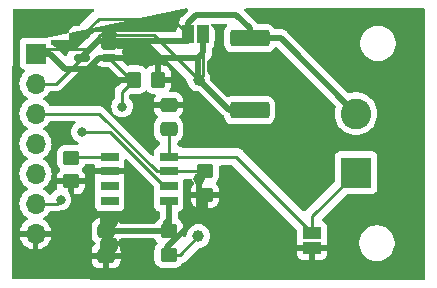
<source format=gtl>
<<<<<<< Updated upstream:stcs05/POAB-gerber-stcs05/stcs05-F_Cu.gtl
G04 #@! TF.GenerationSoftware,KiCad,Pcbnew,7.0.2*
G04 #@! TF.CreationDate,2023-12-12T16:56:49+01:00*
G04 #@! TF.ProjectId,stcs05,73746373-3035-42e6-9b69-6361645f7063,rev?*
G04 #@! TF.SameCoordinates,Original*
G04 #@! TF.FileFunction,Copper,L1,Top*
G04 #@! TF.FilePolarity,Positive*
%FSLAX46Y46*%
G04 Gerber Fmt 4.6, Leading zero omitted, Abs format (unit mm)*
G04 Created by KiCad (PCBNEW 7.0.2) date 2023-12-12 16:56:49*
=======
%TF.GenerationSoftware,KiCad,Pcbnew,7.0.2*%
%TF.CreationDate,2023-11-09T14:12:44+01:00*%
%TF.ProjectId,stcs05,73746373-3035-42e6-9b69-6361645f7063,rev?*%
%TF.SameCoordinates,Original*%
%TF.FileFunction,Copper,L1,Top*%
%TF.FilePolarity,Positive*%
%FSLAX46Y46*%
G04 Gerber Fmt 4.6, Leading zero omitted, Abs format (unit mm)*
G04 Created by KiCad (PCBNEW 7.0.2) date 2023-11-09 14:12:44*
>>>>>>> Stashed changes:stcs05/gerberfiles stcs05/stcs05-F_Cu.gbr
%MOMM*%
%LPD*%
G01*
G04 APERTURE LIST*
G04 Aperture macros list*
%AMRoundRect*
0 Rectangle with rounded corners*
0 $1 Rounding radius*
0 $2 $3 $4 $5 $6 $7 $8 $9 X,Y pos of 4 corners*
0 Add a 4 corners polygon primitive as box body*
4,1,4,$2,$3,$4,$5,$6,$7,$8,$9,$2,$3,0*
0 Add four circle primitives for the rounded corners*
1,1,$1+$1,$2,$3*
1,1,$1+$1,$4,$5*
1,1,$1+$1,$6,$7*
1,1,$1+$1,$8,$9*
0 Add four rect primitives between the rounded corners*
20,1,$1+$1,$2,$3,$4,$5,0*
20,1,$1+$1,$4,$5,$6,$7,0*
20,1,$1+$1,$6,$7,$8,$9,0*
20,1,$1+$1,$8,$9,$2,$3,0*%
G04 Aperture macros list end*
G04 #@! TA.AperFunction,SMDPad,CuDef*
%ADD10RoundRect,0.250000X0.350000X0.450000X-0.350000X0.450000X-0.350000X-0.450000X0.350000X-0.450000X0*%
G04 #@! TD*
G04 #@! TA.AperFunction,ComponentPad*
%ADD11R,2.600000X2.600000*%
G04 #@! TD*
G04 #@! TA.AperFunction,ComponentPad*
%ADD12C,2.600000*%
G04 #@! TD*
G04 #@! TA.AperFunction,SMDPad,CuDef*
%ADD13RoundRect,0.250000X0.450000X-0.350000X0.450000X0.350000X-0.450000X0.350000X-0.450000X-0.350000X0*%
G04 #@! TD*
G04 #@! TA.AperFunction,SMDPad,CuDef*
%ADD14R,1.000000X1.500000*%
G04 #@! TD*
G04 #@! TA.AperFunction,SMDPad,CuDef*
%ADD15RoundRect,0.250000X-0.450000X0.350000X-0.450000X-0.350000X0.450000X-0.350000X0.450000X0.350000X0*%
G04 #@! TD*
G04 #@! TA.AperFunction,SMDPad,CuDef*
%ADD16RoundRect,0.150000X0.512500X0.150000X-0.512500X0.150000X-0.512500X-0.150000X0.512500X-0.150000X0*%
G04 #@! TD*
G04 #@! TA.AperFunction,SMDPad,CuDef*
%ADD17R,1.500000X0.800000*%
<<<<<<< Updated upstream:stcs05/POAB-gerber-stcs05/stcs05-F_Cu.gtl
G04 #@! TD*
G04 #@! TA.AperFunction,SMDPad,CuDef*
%ADD18RoundRect,0.249999X-1.425001X0.450001X-1.425001X-0.450001X1.425001X-0.450001X1.425001X0.450001X0*%
G04 #@! TD*
G04 #@! TA.AperFunction,SMDPad,CuDef*
%ADD19RoundRect,0.250000X-0.475000X0.337500X-0.475000X-0.337500X0.475000X-0.337500X0.475000X0.337500X0*%
G04 #@! TD*
G04 #@! TA.AperFunction,SMDPad,CuDef*
%ADD20R,1.500000X1.000000*%
G04 #@! TD*
G04 #@! TA.AperFunction,ComponentPad*
%ADD21R,1.700000X1.700000*%
G04 #@! TD*
G04 #@! TA.AperFunction,ComponentPad*
%ADD22O,1.700000X1.700000*%
G04 #@! TD*
G04 #@! TA.AperFunction,ViaPad*
%ADD23C,1.000000*%
G04 #@! TD*
G04 #@! TA.AperFunction,ViaPad*
%ADD24C,0.800000*%
G04 #@! TD*
G04 #@! TA.AperFunction,Conductor*
%ADD25C,0.250000*%
G04 #@! TD*
G04 #@! TA.AperFunction,Conductor*
%ADD26C,0.500000*%
G04 #@! TD*
=======
%TD*%
%TA.AperFunction,SMDPad,CuDef*%
%ADD18RoundRect,0.249999X-1.425001X0.450001X-1.425001X-0.450001X1.425001X-0.450001X1.425001X0.450001X0*%
%TD*%
%TA.AperFunction,SMDPad,CuDef*%
%ADD19RoundRect,0.250000X-0.475000X0.337500X-0.475000X-0.337500X0.475000X-0.337500X0.475000X0.337500X0*%
%TD*%
%TA.AperFunction,SMDPad,CuDef*%
%ADD20R,1.500000X1.000000*%
%TD*%
%TA.AperFunction,ComponentPad*%
%ADD21R,1.700000X1.700000*%
%TD*%
%TA.AperFunction,ComponentPad*%
%ADD22O,1.700000X1.700000*%
%TD*%
%TA.AperFunction,ViaPad*%
%ADD23C,1.000000*%
%TD*%
%TA.AperFunction,ViaPad*%
%ADD24C,0.800000*%
%TD*%
%TA.AperFunction,Conductor*%
%ADD25C,0.500000*%
%TD*%
%TA.AperFunction,Conductor*%
%ADD26C,0.250000*%
%TD*%
>>>>>>> Stashed changes:stcs05/gerberfiles stcs05/stcs05-F_Cu.gbr
G04 APERTURE END LIST*
D10*
X128762000Y-73660000D03*
X126762000Y-73660000D03*
D11*
X145542000Y-81534000D03*
D12*
X145542000Y-76534000D03*
D13*
X121412000Y-82280000D03*
X121412000Y-80280000D03*
D14*
X132575000Y-69800000D03*
X131275000Y-69800000D03*
D15*
X129675000Y-86500000D03*
X129675000Y-88500000D03*
D16*
X124637500Y-71800000D03*
X124637500Y-70850000D03*
X124637500Y-69900000D03*
X122362500Y-69900000D03*
X122362500Y-71800000D03*
D13*
X132750000Y-83425000D03*
X132750000Y-81425000D03*
D17*
X129679000Y-83928000D03*
X129679000Y-82678000D03*
X129679000Y-81428000D03*
X129679000Y-80178000D03*
X124679000Y-80178000D03*
X124679000Y-81428000D03*
X124679000Y-82678000D03*
X124679000Y-83928000D03*
<<<<<<< Updated upstream:stcs05/POAB-gerber-stcs05/stcs05-F_Cu.gtl
D18*
X136525000Y-70150000D03*
X136525000Y-76250000D03*
D19*
X129667000Y-75797500D03*
X129667000Y-77872500D03*
X124375000Y-86487500D03*
X124375000Y-88562500D03*
D20*
X141825000Y-86625000D03*
X141825000Y-87925000D03*
D21*
X118400000Y-71460000D03*
D22*
X118400000Y-74000000D03*
X118400000Y-76540000D03*
X118400000Y-79080000D03*
X118400000Y-81620000D03*
X118400000Y-84160000D03*
X118400000Y-86700000D03*
D23*
X126900000Y-71600000D03*
X132200000Y-86900000D03*
X132207000Y-73660000D03*
D24*
=======
%TD*%
D18*
%TO.P,R1,1*%
%TO.N,/led+*%
X136525000Y-70150000D03*
%TO.P,R1,2*%
%TO.N,VSS*%
X136525000Y-76250000D03*
%TD*%
D19*
%TO.P,C2,1*%
%TO.N,GND*%
X129667000Y-75797500D03*
%TO.P,C2,2*%
%TO.N,/led-*%
X129667000Y-77872500D03*
%TD*%
%TO.P,C1,1*%
%TO.N,Net-(U1-VCC)*%
X124587000Y-85576500D03*
%TO.P,C1,2*%
%TO.N,GND*%
X124587000Y-87651500D03*
%TD*%
D20*
%TO.P,JP2,1,A*%
%TO.N,/led-*%
X141825000Y-86625000D03*
%TO.P,JP2,2,B*%
%TO.N,GND*%
X141825000Y-87925000D03*
%TD*%
D21*
%TO.P,J1,1,Pin_1*%
%TO.N,VSS*%
X118400000Y-71460000D03*
D22*
%TO.P,J1,2,Pin_2*%
%TO.N,+3V3*%
X118400000Y-74000000D03*
%TO.P,J1,3,Pin_3*%
%TO.N,/I{slash}O*%
X118400000Y-76540000D03*
%TO.P,J1,4,Pin_4*%
%TO.N,/scl*%
X118400000Y-79080000D03*
%TO.P,J1,5,Pin_5*%
%TO.N,/sda*%
X118400000Y-81620000D03*
%TO.P,J1,6,Pin_6*%
%TO.N,/ad0*%
X118400000Y-84160000D03*
%TO.P,J1,7,Pin_7*%
%TO.N,GND*%
X118400000Y-86700000D03*
%TD*%
D23*
%TO.N,VSS*%
X132207000Y-82042000D03*
X132207000Y-73660000D03*
D24*
%TO.N,+3V3*%
>>>>>>> Stashed changes:stcs05/gerberfiles stcs05/stcs05-F_Cu.gbr
X122301000Y-78105000D03*
X120523000Y-83820000D03*
X125730000Y-75946000D03*
<<<<<<< Updated upstream:stcs05/POAB-gerber-stcs05/stcs05-F_Cu.gtl
D25*
X129662500Y-86487500D02*
X129675000Y-86500000D01*
D26*
X129679000Y-86496000D02*
X129675000Y-86500000D01*
=======
%TD*%
D25*
%TO.N,Net-(U1-VCC)*%
X129679000Y-85729000D02*
X129540000Y-85868000D01*
X124751500Y-85741000D02*
X124587000Y-85576500D01*
X129540000Y-85868000D02*
X129413000Y-85741000D01*
>>>>>>> Stashed changes:stcs05/gerberfiles stcs05/stcs05-F_Cu.gbr
X129679000Y-83928000D02*
X129679000Y-86496000D01*
D25*
X124375000Y-86487500D02*
X129662500Y-86487500D01*
D26*
X124637500Y-70850000D02*
X126150000Y-70850000D01*
X126150000Y-70850000D02*
X126900000Y-71600000D01*
X145542000Y-81534000D02*
X141825000Y-85251000D01*
X129667000Y-80166000D02*
X129679000Y-80178000D01*
X135378000Y-80178000D02*
X141825000Y-86625000D01*
X129679000Y-80178000D02*
X135378000Y-80178000D01*
X141825000Y-85251000D02*
X141825000Y-86625000D01*
X129667000Y-77872500D02*
X129667000Y-80166000D01*
<<<<<<< Updated upstream:stcs05/POAB-gerber-stcs05/stcs05-F_Cu.gtl
X118810000Y-71050000D02*
X118400000Y-71460000D01*
X128447000Y-69900000D02*
X132207000Y-73660000D01*
X132575000Y-69800000D02*
X132575000Y-73292000D01*
X132200000Y-86900000D02*
X130600000Y-88500000D01*
D25*
X134797000Y-76250000D02*
X132207000Y-73660000D01*
D26*
X132575000Y-73292000D02*
X132207000Y-73660000D01*
D25*
X136525000Y-76250000D02*
X134797000Y-76250000D01*
D26*
X130600000Y-88500000D02*
X129675000Y-88500000D01*
X122723528Y-71050000D02*
X118810000Y-71050000D01*
X124637500Y-69900000D02*
X128447000Y-69900000D01*
X123873528Y-69900000D02*
X122723528Y-71050000D01*
X124637500Y-69900000D02*
X123873528Y-69900000D01*
D25*
=======
%TO.N,VSS*%
X120904000Y-72771000D02*
X119593000Y-71460000D01*
X132161000Y-73614000D02*
X132161000Y-71800000D01*
X124512500Y-71800000D02*
X132161000Y-71800000D01*
X124512500Y-71800000D02*
X123780000Y-71800000D01*
X132207000Y-73660000D02*
X132161000Y-73614000D01*
X123780000Y-71800000D02*
X122809000Y-72771000D01*
X122809000Y-72771000D02*
X120904000Y-72771000D01*
D26*
X134797000Y-76250000D02*
X132207000Y-73660000D01*
D25*
X132161000Y-71800000D02*
X132397000Y-71564000D01*
X132207000Y-85201000D02*
X132207000Y-82042000D01*
X132603000Y-71358000D02*
X132603000Y-70358000D01*
X129540000Y-87868000D02*
X132207000Y-85201000D01*
X132397000Y-71564000D02*
X132603000Y-71358000D01*
D26*
X136525000Y-76250000D02*
X134797000Y-76250000D01*
D25*
X119593000Y-71460000D02*
X118400000Y-71460000D01*
D26*
%TO.N,+3V3*%
>>>>>>> Stashed changes:stcs05/gerberfiles stcs05/stcs05-F_Cu.gbr
X129292604Y-82678000D02*
X124719604Y-78105000D01*
X120162500Y-74000000D02*
X118400000Y-74000000D01*
X122362500Y-71800000D02*
X120162500Y-74000000D01*
X129679000Y-82678000D02*
X129292604Y-82678000D01*
X124719604Y-78105000D02*
X122301000Y-78105000D01*
X128679000Y-81428000D02*
X123791000Y-76540000D01*
X132747000Y-81428000D02*
X132750000Y-81425000D01*
X129679000Y-81428000D02*
X128679000Y-81428000D01*
X129679000Y-81428000D02*
X132747000Y-81428000D01*
X123791000Y-76540000D02*
X118400000Y-76540000D01*
X126762000Y-73660000D02*
X126497500Y-73660000D01*
X120183000Y-84160000D02*
X120523000Y-83820000D01*
X118400000Y-84160000D02*
X120183000Y-84160000D01*
X125730000Y-75946000D02*
X125730000Y-74692000D01*
X126497500Y-73660000D02*
X124637500Y-71800000D01*
X125730000Y-74692000D02*
X126762000Y-73660000D01*
<<<<<<< Updated upstream:stcs05/POAB-gerber-stcs05/stcs05-F_Cu.gtl
D26*
X135400000Y-68175000D02*
X136525000Y-69300000D01*
X131275000Y-69800000D02*
X131275000Y-68925000D01*
X139158000Y-70150000D02*
X145542000Y-76534000D01*
X136525000Y-70150000D02*
X139158000Y-70150000D01*
X129975000Y-68500000D02*
X123762500Y-68500000D01*
X123762500Y-68500000D02*
X122362500Y-69900000D01*
X136525000Y-69300000D02*
X136525000Y-70150000D01*
X131275000Y-69800000D02*
X129975000Y-68500000D01*
X131275000Y-68925000D02*
X132025000Y-68175000D01*
X132025000Y-68175000D02*
X135400000Y-68175000D01*
D25*
=======
X126762000Y-73660000D02*
X124552500Y-73660000D01*
D25*
%TO.N,/led+*%
X139158000Y-70150000D02*
X145542000Y-76534000D01*
X131303000Y-68897000D02*
X132025000Y-68175000D01*
X135400000Y-68175000D02*
X136525000Y-69300000D01*
X136525000Y-70150000D02*
X139158000Y-70150000D01*
X131303000Y-70358000D02*
X131303000Y-68897000D01*
X131303000Y-70358000D02*
X123679500Y-70358000D01*
X136525000Y-69300000D02*
X136525000Y-70150000D01*
X123679500Y-70358000D02*
X122237500Y-71800000D01*
X132025000Y-68175000D02*
X135400000Y-68175000D01*
D26*
%TO.N,Net-(U1-FB)*%
>>>>>>> Stashed changes:stcs05/gerberfiles stcs05/stcs05-F_Cu.gbr
X124679000Y-80178000D02*
X121514000Y-80178000D01*
X121514000Y-80178000D02*
X121412000Y-80280000D01*
G04 #@! TA.AperFunction,Conductor*
G36*
X151327039Y-67620184D02*
G01*
X151372794Y-67672988D01*
X151384000Y-67724499D01*
X151384000Y-90475500D01*
X151364315Y-90542539D01*
X151311511Y-90588294D01*
X151260000Y-90599500D01*
X129718001Y-90599500D01*
X116524050Y-90551694D01*
X116457082Y-90531767D01*
X116411519Y-90478797D01*
X116400500Y-90427699D01*
<<<<<<< Updated upstream:stcs05/POAB-gerber-stcs05/stcs05-F_Cu.gtl
X116400500Y-88812500D01*
X123150001Y-88812500D01*
X123150001Y-88946829D01*
X123150321Y-88953111D01*
X123160493Y-89052695D01*
X123215642Y-89219122D01*
X123307683Y-89368345D01*
X123431654Y-89492316D01*
X123580877Y-89584357D01*
X123747303Y-89639506D01*
X123846890Y-89649680D01*
X123853168Y-89649999D01*
X124124999Y-89649999D01*
X124125000Y-89649998D01*
X124125000Y-88812500D01*
X124625000Y-88812500D01*
X124625000Y-89649999D01*
X124896829Y-89649999D01*
X124903111Y-89649678D01*
X125002695Y-89639506D01*
X125169122Y-89584357D01*
X125318345Y-89492316D01*
X125442316Y-89368345D01*
X125534357Y-89219122D01*
X125589506Y-89052696D01*
X125599680Y-88953109D01*
X125600000Y-88946831D01*
X125600000Y-88812500D01*
X124625000Y-88812500D01*
X124125000Y-88812500D01*
X123150001Y-88812500D01*
X116400500Y-88812500D01*
=======
>>>>>>> Stashed changes:stcs05/gerberfiles stcs05/stcs05-F_Cu.gbr
X116400500Y-78220999D01*
X116406162Y-77201819D01*
X116458317Y-67813861D01*
X116478374Y-67746934D01*
X116531431Y-67701473D01*
X116581862Y-67690553D01*
<<<<<<< Updated upstream:stcs05/POAB-gerber-stcs05/stcs05-F_Cu.gtl
X123246835Y-67666316D01*
X123313943Y-67685756D01*
X123359889Y-67738394D01*
X123370084Y-67807516D01*
X123341291Y-67871176D01*
X123312384Y-67895851D01*
X123292781Y-67907943D01*
X123277664Y-67920256D01*
X123225348Y-67975708D01*
X123222836Y-67978294D01*
X122137951Y-69063181D01*
X122076628Y-69096666D01*
X122050270Y-69099500D01*
X121784306Y-69099500D01*
X121781886Y-69099690D01*
X121781871Y-69099691D01*
X121747427Y-69102402D01*
X121589602Y-69148255D01*
X121448134Y-69231919D01*
X121331919Y-69348134D01*
X121248255Y-69489602D01*
X121202402Y-69647427D01*
X121199691Y-69681871D01*
X121199690Y-69681886D01*
X121199500Y-69684306D01*
X121199500Y-70115694D01*
X121199690Y-70118114D01*
X121199691Y-70118128D01*
X121203399Y-70165235D01*
X121198938Y-70165586D01*
X121198831Y-70210718D01*
X121160917Y-70269406D01*
X121097292Y-70298279D01*
X121079937Y-70299500D01*
X119704834Y-70299500D01*
X119637795Y-70279815D01*
X119611940Y-70255743D01*
X119492331Y-70166204D01*
X119357483Y-70115909D01*
X119301166Y-70109854D01*
X119301165Y-70109853D01*
=======
X131201431Y-67637391D01*
X131268539Y-67656830D01*
X131314485Y-67709468D01*
X131324680Y-67778590D01*
X131295887Y-67842250D01*
X131289560Y-67849070D01*
X130817358Y-68321272D01*
X130803727Y-68333053D01*
X130784468Y-68347391D01*
X130752635Y-68385328D01*
X130745338Y-68393292D01*
X130743972Y-68394657D01*
X130743950Y-68394681D01*
X130741409Y-68397223D01*
X130739173Y-68400050D01*
X130739171Y-68400053D01*
X130722176Y-68421546D01*
X130719902Y-68424337D01*
X130670894Y-68482744D01*
X130660418Y-68499187D01*
X130628192Y-68568294D01*
X130626622Y-68571536D01*
X130592393Y-68639692D01*
X130585996Y-68658098D01*
X130570573Y-68732788D01*
X130569793Y-68736305D01*
X130552208Y-68810506D01*
X130550229Y-68829879D01*
X130552448Y-68906129D01*
X130552500Y-68909735D01*
X130552500Y-69108249D01*
X130532815Y-69175288D01*
X130502811Y-69207515D01*
X130445456Y-69250451D01*
X130359204Y-69365668D01*
X130303466Y-69515110D01*
X130301944Y-69514542D01*
X130282579Y-69561302D01*
X130225188Y-69601153D01*
X130186024Y-69607500D01*
X123743206Y-69607500D01*
X123725236Y-69606191D01*
X123711353Y-69604157D01*
X123701477Y-69602711D01*
X123701476Y-69602711D01*
X123652131Y-69607028D01*
X123641324Y-69607500D01*
X123635791Y-69607500D01*
X123632230Y-69607916D01*
X123632215Y-69607917D01*
X123605001Y-69611098D01*
X123601416Y-69611464D01*
X123525461Y-69618109D01*
X123506421Y-69622330D01*
X123434732Y-69648421D01*
X123431331Y-69649603D01*
X123358974Y-69673580D01*
X123341427Y-69682075D01*
X123277721Y-69723975D01*
X123274681Y-69725912D01*
X123209780Y-69765944D01*
X123194665Y-69778256D01*
X123142332Y-69833725D01*
X123139820Y-69836311D01*
X122012951Y-70963181D01*
X121951628Y-70996666D01*
X121925270Y-70999500D01*
X121659306Y-70999500D01*
X121656886Y-70999690D01*
X121656871Y-70999691D01*
X121622427Y-71002402D01*
X121464602Y-71048255D01*
X121323134Y-71131919D01*
X121206919Y-71248134D01*
X121123255Y-71389602D01*
X121077402Y-71547427D01*
X121077402Y-71547431D01*
X121074500Y-71584306D01*
X121074500Y-71585889D01*
X121052231Y-71651993D01*
X120997668Y-71695636D01*
X120928172Y-71702852D01*
X120865807Y-71671350D01*
X120862952Y-71668584D01*
X120168728Y-70974360D01*
X120156946Y-70960727D01*
X120155960Y-70959403D01*
X120142610Y-70941470D01*
X120104667Y-70909631D01*
X120096691Y-70902323D01*
X120095329Y-70900961D01*
X120092777Y-70898409D01*
X120068444Y-70879169D01*
X120065647Y-70876890D01*
X120007251Y-70827890D01*
X119990821Y-70817422D01*
X119921691Y-70785186D01*
X119918447Y-70783615D01*
X119850305Y-70749393D01*
X119829191Y-70742053D01*
X119822080Y-70738736D01*
X119769647Y-70692557D01*
X119750499Y-70626360D01*
X119750499Y-70565439D01*
X119750499Y-70562128D01*
X119744091Y-70502517D01*
X119693796Y-70367669D01*
X119607546Y-70252454D01*
X119492331Y-70166204D01*
X119357483Y-70115909D01*
>>>>>>> Stashed changes:stcs05/gerberfiles stcs05/stcs05-F_Cu.gbr
X119297873Y-70109500D01*
X119294550Y-70109500D01*
X117505439Y-70109500D01*
X117505420Y-70109500D01*
X117502128Y-70109501D01*
X117498848Y-70109853D01*
X117498840Y-70109854D01*
X117442515Y-70115909D01*
X117307669Y-70166204D01*
X117192454Y-70252454D01*
X117106204Y-70367668D01*
<<<<<<< Updated upstream:stcs05/POAB-gerber-stcs05/stcs05-F_Cu.gtl
X117071587Y-70460483D01*
=======
X117055910Y-70502515D01*
>>>>>>> Stashed changes:stcs05/gerberfiles stcs05/stcs05-F_Cu.gbr
X117055909Y-70502517D01*
X117049500Y-70562127D01*
X117049500Y-70565448D01*
X117049500Y-70565449D01*
X117049500Y-72354560D01*
X117049500Y-72354578D01*
X117049501Y-72357872D01*
<<<<<<< Updated upstream:stcs05/POAB-gerber-stcs05/stcs05-F_Cu.gtl
X117049853Y-72361152D01*
X117049854Y-72361159D01*
X117055909Y-72417484D01*
X117075497Y-72470001D01*
=======
X117055909Y-72417483D01*
>>>>>>> Stashed changes:stcs05/gerberfiles stcs05/stcs05-F_Cu.gbr
X117106204Y-72552331D01*
X117192454Y-72667546D01*
X117307669Y-72753796D01*
X117419907Y-72795658D01*
X117439082Y-72802810D01*
X117495016Y-72844681D01*
X117519433Y-72910146D01*
X117504581Y-72978419D01*
X117483431Y-73006673D01*
X117361503Y-73128601D01*
X117225965Y-73322170D01*
X117126097Y-73536336D01*
X117064936Y-73764592D01*
X117044340Y-74000000D01*
X117064936Y-74235407D01*
<<<<<<< Updated upstream:stcs05/POAB-gerber-stcs05/stcs05-F_Cu.gtl
X117092687Y-74338974D01*
=======
X117100486Y-74368080D01*
>>>>>>> Stashed changes:stcs05/gerberfiles stcs05/stcs05-F_Cu.gbr
X117126097Y-74463663D01*
X117225965Y-74677830D01*
X117361505Y-74871401D01*
X117528599Y-75038495D01*
X117714160Y-75168426D01*
X117757783Y-75223002D01*
X117764976Y-75292501D01*
X117733454Y-75354855D01*
X117714159Y-75371575D01*
X117528595Y-75501508D01*
X117361505Y-75668598D01*
X117225965Y-75862170D01*
X117126097Y-76076336D01*
X117064936Y-76304592D01*
X117044340Y-76540000D01*
X117064936Y-76775407D01*
X117102115Y-76914161D01*
X117126097Y-77003663D01*
X117225965Y-77217830D01*
X117361505Y-77411401D01*
X117528599Y-77578495D01*
X117714160Y-77708426D01*
X117757783Y-77763002D01*
X117764976Y-77832501D01*
X117733454Y-77894855D01*
X117714159Y-77911575D01*
X117528595Y-78041508D01*
X117361505Y-78208598D01*
X117225965Y-78402170D01*
X117126097Y-78616336D01*
X117064936Y-78844592D01*
X117044340Y-79079999D01*
X117064936Y-79315407D01*
X117099605Y-79444794D01*
X117126097Y-79543663D01*
X117225965Y-79757830D01*
X117361505Y-79951401D01*
X117528599Y-80118495D01*
X117714160Y-80248426D01*
X117757783Y-80303002D01*
X117764976Y-80372501D01*
X117733454Y-80434855D01*
X117714159Y-80451575D01*
X117528595Y-80581508D01*
X117361505Y-80748598D01*
X117225965Y-80942170D01*
X117126097Y-81156336D01*
X117064936Y-81384592D01*
X117044340Y-81619999D01*
X117064936Y-81855407D01*
X117106078Y-82008950D01*
X117126097Y-82083663D01*
X117225965Y-82297830D01*
X117361505Y-82491401D01*
X117528599Y-82658495D01*
X117714160Y-82788426D01*
X117757783Y-82843002D01*
X117764976Y-82912501D01*
X117733454Y-82974855D01*
X117714158Y-82991575D01*
X117593115Y-83076331D01*
X117528595Y-83121508D01*
X117361505Y-83288598D01*
X117225965Y-83482170D01*
X117126097Y-83696336D01*
X117064936Y-83924592D01*
X117044340Y-84160000D01*
X117064936Y-84395407D01*
X117096849Y-84514506D01*
X117126097Y-84623663D01*
X117225965Y-84837830D01*
X117361505Y-85031401D01*
X117528599Y-85198495D01*
X117714596Y-85328732D01*
X117758219Y-85383307D01*
X117765412Y-85452806D01*
X117733890Y-85515160D01*
X117714595Y-85531880D01*
X117528919Y-85661892D01*
X117361890Y-85828921D01*
X117226400Y-86022421D01*
X117126569Y-86236507D01*
X117069364Y-86449999D01*
X117069364Y-86450000D01*
X117966314Y-86450000D01*
X117940507Y-86490156D01*
X117900000Y-86628111D01*
X117900000Y-86771889D01*
X117940507Y-86909844D01*
X117966314Y-86950000D01*
X117069364Y-86950000D01*
X117126569Y-87163492D01*
X117226399Y-87377576D01*
X117361893Y-87571081D01*
X117528918Y-87738106D01*
X117722423Y-87873600D01*
X117936509Y-87973430D01*
X118150000Y-88030634D01*
X118150000Y-87135501D01*
X118257685Y-87184680D01*
X118364237Y-87200000D01*
X118435763Y-87200000D01*
X118542315Y-87184680D01*
X118650000Y-87135501D01*
X118650000Y-88030633D01*
X118863490Y-87973430D01*
X119077576Y-87873600D01*
X119271081Y-87738106D01*
X119438106Y-87571081D01*
X119573600Y-87377576D01*
X119673430Y-87163492D01*
X119730636Y-86950000D01*
X118833686Y-86950000D01*
X118859493Y-86909844D01*
X118900000Y-86771889D01*
X118900000Y-86628111D01*
X118859493Y-86490156D01*
X118833686Y-86450000D01*
X119730636Y-86450000D01*
X119730635Y-86449999D01*
X119673430Y-86236507D01*
X119573599Y-86022421D01*
X119438109Y-85828921D01*
X119271081Y-85661893D01*
X119085404Y-85531880D01*
X119041780Y-85477303D01*
X119034587Y-85407804D01*
X119066109Y-85345450D01*
X119085399Y-85328734D01*
X119271401Y-85198495D01*
X119438495Y-85031401D01*
X119573653Y-84838374D01*
X119628229Y-84794752D01*
X119675227Y-84785500D01*
X120100256Y-84785500D01*
X120120762Y-84787764D01*
X120123665Y-84787672D01*
X120123667Y-84787673D01*
X120190872Y-84785561D01*
X120194768Y-84785500D01*
X120218448Y-84785500D01*
X120222350Y-84785500D01*
X120226313Y-84784999D01*
X120237962Y-84784080D01*
X120281627Y-84782709D01*
X120300859Y-84777120D01*
X120319918Y-84773174D01*
X120330836Y-84771795D01*
X120339792Y-84770664D01*
X120380407Y-84754582D01*
X120391444Y-84750803D01*
X120433390Y-84738618D01*
X120434826Y-84737768D01*
X120497948Y-84720500D01*
X120617648Y-84720500D01*
X120775003Y-84687053D01*
X120802803Y-84681144D01*
X120975730Y-84604151D01*
X120975729Y-84604151D01*
X121128870Y-84492889D01*
X121159063Y-84459357D01*
X121237199Y-84372578D01*
X123428500Y-84372578D01*
X123428501Y-84375872D01*
X123434909Y-84435483D01*
X123485204Y-84570331D01*
X123571454Y-84685546D01*
X123686669Y-84771796D01*
X123821517Y-84822091D01*
X123881127Y-84828500D01*
X125476872Y-84828499D01*
X125536483Y-84822091D01*
X125671331Y-84771796D01*
X125786546Y-84685546D01*
X125872796Y-84570331D01*
X125923091Y-84435483D01*
X125929500Y-84375873D01*
X125929499Y-83480128D01*
X125923091Y-83420517D01*
X125895421Y-83346332D01*
X125890438Y-83276642D01*
X125895422Y-83259667D01*
X125923091Y-83185483D01*
X125929500Y-83125873D01*
X125929499Y-82230128D01*
X125923091Y-82170517D01*
X125895154Y-82095616D01*
X125890171Y-82025927D01*
X125895156Y-82008950D01*
X125922597Y-81935378D01*
X125928646Y-81879114D01*
X125929000Y-81872518D01*
X125929000Y-81678000D01*
X123429000Y-81678000D01*
X123429000Y-81872518D01*
X123429354Y-81879132D01*
X123435400Y-81935373D01*
X123462844Y-82008952D01*
X123467828Y-82078644D01*
X123462844Y-82095618D01*
X123434909Y-82170515D01*
X123428854Y-82226833D01*
X123428500Y-82230127D01*
X123428500Y-82233448D01*
X123428500Y-82233449D01*
X123428500Y-83122560D01*
X123428500Y-83122578D01*
X123428501Y-83125872D01*
X123428853Y-83129152D01*
X123428854Y-83129159D01*
X123434909Y-83185485D01*
X123462577Y-83259667D01*
X123467561Y-83329358D01*
X123462577Y-83346331D01*
X123434909Y-83420513D01*
X123428854Y-83476833D01*
X123428500Y-83480127D01*
X123428500Y-83483448D01*
X123428500Y-83483449D01*
X123428500Y-84372560D01*
X123428500Y-84372578D01*
X121237199Y-84372578D01*
X121255533Y-84352216D01*
X121350179Y-84188284D01*
X121408674Y-84008256D01*
X121428460Y-83820000D01*
X121408674Y-83631744D01*
X121360490Y-83483449D01*
X121350179Y-83451715D01*
X121255533Y-83287783D01*
X121193850Y-83219277D01*
X121163620Y-83156285D01*
X121162000Y-83136305D01*
X121162000Y-82530000D01*
X121662000Y-82530000D01*
X121662000Y-83379999D01*
X121908829Y-83379999D01*
X121915111Y-83379678D01*
X122014695Y-83369506D01*
X122181122Y-83314357D01*
X122330345Y-83222316D01*
X122454316Y-83098345D01*
X122546357Y-82949122D01*
X122601506Y-82782696D01*
X122611680Y-82683109D01*
X122612000Y-82676831D01*
X122612000Y-82530000D01*
X121662000Y-82530000D01*
X121162000Y-82530000D01*
X120212001Y-82530000D01*
X120212001Y-82676829D01*
X120212321Y-82683111D01*
X120222493Y-82782695D01*
X120240699Y-82837635D01*
X120243101Y-82907463D01*
X120207369Y-82967505D01*
X120173429Y-82989918D01*
X120070269Y-83035848D01*
X119917129Y-83147110D01*
X119790467Y-83287782D01*
X119728466Y-83395171D01*
X119677898Y-83443386D01*
X119609291Y-83456608D01*
X119544427Y-83430640D01*
X119519504Y-83404293D01*
X119502493Y-83379999D01*
X119438495Y-83288599D01*
X119271401Y-83121505D01*
X119085839Y-82991573D01*
X119042216Y-82936998D01*
X119035022Y-82867500D01*
X119066545Y-82805145D01*
X119085837Y-82788428D01*
X119271401Y-82658495D01*
X119438495Y-82491401D01*
X119574035Y-82297830D01*
X119673903Y-82083663D01*
X119735063Y-81855408D01*
X119755659Y-81620000D01*
X119735063Y-81384592D01*
X119673903Y-81156337D01*
X119574035Y-80942171D01*
X119438495Y-80748599D01*
X119271401Y-80581505D01*
X119085839Y-80451573D01*
X119042215Y-80396997D01*
X119035023Y-80327498D01*
X119066545Y-80265144D01*
X119085831Y-80248432D01*
X119271401Y-80118495D01*
X119438495Y-79951401D01*
X119574035Y-79757830D01*
X119673903Y-79543663D01*
X119735063Y-79315408D01*
X119755659Y-79080000D01*
X119753437Y-79054608D01*
X119735063Y-78844592D01*
X119709767Y-78750185D01*
X119673903Y-78616337D01*
X119574035Y-78402171D01*
X119438495Y-78208599D01*
X119271401Y-78041505D01*
X119085839Y-77911573D01*
X119042216Y-77856998D01*
X119035022Y-77787500D01*
X119066545Y-77725145D01*
X119085837Y-77708428D01*
X119271401Y-77578495D01*
X119438495Y-77411401D01*
X119573653Y-77218374D01*
X119628229Y-77174752D01*
X119675227Y-77165500D01*
X121680456Y-77165500D01*
X121747495Y-77185185D01*
X121793250Y-77237989D01*
X121803194Y-77307147D01*
X121774169Y-77370703D01*
X121753341Y-77389818D01*
X121695129Y-77432110D01*
X121568466Y-77572783D01*
X121473820Y-77736715D01*
X121415326Y-77916742D01*
X121395540Y-78104999D01*
X121415326Y-78293257D01*
X121473820Y-78473284D01*
X121568466Y-78637216D01*
X121695129Y-78777889D01*
X121848267Y-78889150D01*
X121860989Y-78894814D01*
X121968111Y-78942508D01*
X122021349Y-78987759D01*
X122041670Y-79054608D01*
X122022625Y-79121831D01*
X121970259Y-79168087D01*
X121912026Y-79179501D01*
X121912009Y-79179500D01*
X121908863Y-79179500D01*
X120915140Y-79179500D01*
X120915120Y-79179500D01*
X120911992Y-79179501D01*
X120908860Y-79179820D01*
X120908858Y-79179821D01*
X120809203Y-79190000D01*
X120642665Y-79245186D01*
X120493342Y-79337288D01*
X120369288Y-79461342D01*
X120277186Y-79610665D01*
X120222000Y-79777202D01*
X120211819Y-79876858D01*
X120211817Y-79876878D01*
X120211500Y-79879991D01*
X120211500Y-79883138D01*
X120211500Y-79883139D01*
X120211500Y-80676858D01*
X120211500Y-80676877D01*
X120211501Y-80680008D01*
X120211820Y-80683140D01*
X120211821Y-80683141D01*
X120222000Y-80782796D01*
X120277186Y-80949334D01*
X120369288Y-81098657D01*
X120463303Y-81192672D01*
X120496788Y-81253995D01*
X120491804Y-81323687D01*
X120463304Y-81368034D01*
X120369681Y-81461656D01*
X120277642Y-81610877D01*
X120222493Y-81777303D01*
X120212319Y-81876890D01*
X120212000Y-81883168D01*
X120212000Y-82030000D01*
X122611999Y-82030000D01*
X122611999Y-81883170D01*
X122611678Y-81876888D01*
X122601506Y-81777304D01*
X122546357Y-81610877D01*
X122454316Y-81461654D01*
X122360696Y-81368034D01*
X122327211Y-81306711D01*
X122332195Y-81237019D01*
X122360694Y-81192673D01*
X122454712Y-81098656D01*
X122546814Y-80949334D01*
X122566974Y-80888494D01*
X122606747Y-80831051D01*
X122671263Y-80804228D01*
X122684680Y-80803500D01*
X123309948Y-80803500D01*
X123376987Y-80823185D01*
X123422742Y-80875989D01*
X123433237Y-80940756D01*
X123429354Y-80976869D01*
X123429000Y-80983481D01*
X123429000Y-81178000D01*
X125929000Y-81178000D01*
X125929000Y-80983481D01*
X125928646Y-80976885D01*
X125922597Y-80920619D01*
X125895156Y-80847048D01*
X125890171Y-80777357D01*
X125895153Y-80760386D01*
X125923091Y-80685483D01*
X125929500Y-80625873D01*
X125929499Y-80498845D01*
X125949183Y-80431808D01*
X126001987Y-80386053D01*
X126071145Y-80376109D01*
X126134701Y-80405133D01*
X126141180Y-80411166D01*
X128392181Y-82662167D01*
X128425666Y-82723490D01*
X128428500Y-82749848D01*
X128428500Y-83122560D01*
X128428500Y-83122578D01*
X128428501Y-83125872D01*
X128428853Y-83129152D01*
X128428854Y-83129159D01*
X128434909Y-83185485D01*
X128462577Y-83259667D01*
X128467561Y-83329358D01*
X128462577Y-83346331D01*
X128434909Y-83420513D01*
X128428854Y-83476833D01*
X128428500Y-83480127D01*
X128428500Y-83483448D01*
X128428500Y-83483449D01*
X128428500Y-84372560D01*
X128428500Y-84372578D01*
X128428501Y-84375872D01*
X128434909Y-84435483D01*
X128485204Y-84570331D01*
X128571454Y-84685546D01*
X128686669Y-84771796D01*
X128804448Y-84815725D01*
X128836110Y-84827534D01*
X128835542Y-84829055D01*
X128882302Y-84848422D01*
X128922152Y-84905813D01*
X128928499Y-84944976D01*
X128928500Y-85381894D01*
X128908816Y-85448933D01*
X128869597Y-85487433D01*
X128756341Y-85557289D01*
X128632288Y-85681342D01*
X128557191Y-85803096D01*
X128505243Y-85849821D01*
X128451652Y-85862000D01*
X125623348Y-85862000D01*
X125556309Y-85842315D01*
X125517809Y-85803096D01*
X125442711Y-85681342D01*
X125318657Y-85557288D01*
X125169334Y-85465186D01*
X125002797Y-85410000D01*
X124903141Y-85399819D01*
X124903122Y-85399818D01*
X124900009Y-85399500D01*
X124896860Y-85399500D01*
X123853140Y-85399500D01*
X123853120Y-85399500D01*
X123849992Y-85399501D01*
X123846860Y-85399820D01*
X123846858Y-85399821D01*
X123747203Y-85410000D01*
X123580665Y-85465186D01*
X123431342Y-85557288D01*
X123307288Y-85681342D01*
X123215186Y-85830665D01*
X123160000Y-85997202D01*
X123149819Y-86096858D01*
X123149817Y-86096878D01*
X123149500Y-86099991D01*
X123149500Y-86103138D01*
X123149500Y-86103139D01*
X123149500Y-86871858D01*
X123149500Y-86871877D01*
X123149501Y-86875008D01*
X123149820Y-86878140D01*
X123149821Y-86878141D01*
X123160000Y-86977796D01*
X123215186Y-87144334D01*
X123307288Y-87293657D01*
X123431340Y-87417709D01*
X123431342Y-87417710D01*
X123431344Y-87417712D01*
X123434652Y-87419752D01*
X123481379Y-87471698D01*
X123492603Y-87540660D01*
X123464762Y-87604744D01*
X123434659Y-87630830D01*
X123431654Y-87632683D01*
X123307683Y-87756654D01*
X123215642Y-87905877D01*
X123160493Y-88072303D01*
X123150319Y-88171890D01*
X123150000Y-88178168D01*
X123150000Y-88312500D01*
X125599999Y-88312500D01*
X125599999Y-88178170D01*
X125599678Y-88171888D01*
X125589506Y-88072304D01*
X125534357Y-87905877D01*
X125442316Y-87756654D01*
X125318344Y-87632682D01*
X125315343Y-87630831D01*
X125268618Y-87578883D01*
X125257397Y-87509921D01*
X125285240Y-87445839D01*
X125315345Y-87419753D01*
X125318656Y-87417712D01*
X125442712Y-87293656D01*
X125509929Y-87184680D01*
X125517809Y-87171904D01*
X125569757Y-87125179D01*
X125623348Y-87113000D01*
X128436232Y-87113000D01*
X128503271Y-87132685D01*
X128541771Y-87171904D01*
X128632286Y-87318654D01*
X128632287Y-87318655D01*
X128632288Y-87318656D01*
X128725951Y-87412319D01*
X128759435Y-87473640D01*
X128754451Y-87543332D01*
X128725951Y-87587680D01*
X128632287Y-87681344D01*
X128540186Y-87830665D01*
X128485000Y-87997202D01*
X128474819Y-88096858D01*
X128474817Y-88096878D01*
X128474500Y-88099991D01*
X128474500Y-88103138D01*
X128474500Y-88103139D01*
X128474500Y-88896858D01*
X128474500Y-88896877D01*
X128474501Y-88900008D01*
X128474820Y-88903140D01*
X128474821Y-88903141D01*
X128485000Y-89002796D01*
X128540186Y-89169334D01*
X128632288Y-89318657D01*
X128756342Y-89442711D01*
X128812895Y-89477592D01*
X128905666Y-89534814D01*
X129017016Y-89571712D01*
X129072202Y-89589999D01*
X129171858Y-89600180D01*
X129171859Y-89600180D01*
X129174991Y-89600500D01*
X130175008Y-89600499D01*
X130277797Y-89589999D01*
X130444334Y-89534814D01*
X130593656Y-89442712D01*
X130717712Y-89318656D01*
X130745060Y-89274315D01*
X130797004Y-89227592D01*
X130808173Y-89222895D01*
X130844800Y-89209564D01*
X130848096Y-89208419D01*
X130919334Y-89184814D01*
X130919336Y-89184812D01*
X130920536Y-89184415D01*
X130938063Y-89175929D01*
X130939112Y-89175238D01*
X130939117Y-89175237D01*
X131001806Y-89134005D01*
X131004798Y-89132099D01*
X131068656Y-89092712D01*
X131068656Y-89092711D01*
X131069729Y-89092050D01*
X131084824Y-89079753D01*
X131085692Y-89078832D01*
X131085696Y-89078830D01*
X131137185Y-89024253D01*
X131139631Y-89021735D01*
X131986366Y-88175000D01*
X140575000Y-88175000D01*
X140575000Y-88469518D01*
X140575354Y-88476132D01*
X140581400Y-88532371D01*
X140631647Y-88667089D01*
X140717811Y-88782188D01*
X140832910Y-88868352D01*
X140967628Y-88918599D01*
X141023867Y-88924645D01*
X141030482Y-88925000D01*
X141575000Y-88925000D01*
X141575000Y-88175000D01*
X142075000Y-88175000D01*
X142075000Y-88925000D01*
X142619518Y-88925000D01*
X142626132Y-88924645D01*
X142682371Y-88918599D01*
X142817089Y-88868352D01*
X142932188Y-88782188D01*
X143018352Y-88667089D01*
X143068599Y-88532371D01*
X143074645Y-88476132D01*
X143075000Y-88469518D01*
X143075000Y-88175000D01*
X142075000Y-88175000D01*
X141575000Y-88175000D01*
X140575000Y-88175000D01*
X131986366Y-88175000D01*
X132230775Y-87930591D01*
X132292096Y-87897108D01*
X132306295Y-87894871D01*
X132396132Y-87886024D01*
X132584727Y-87828814D01*
X132758538Y-87735910D01*
X132910883Y-87610883D01*
X133035910Y-87458538D01*
X133128814Y-87284727D01*
X133186024Y-87096132D01*
X133205341Y-86900000D01*
X133186024Y-86703868D01*
X133128814Y-86515273D01*
X133035910Y-86341462D01*
X132910883Y-86189117D01*
X132758538Y-86064090D01*
X132671406Y-86017517D01*
X132584726Y-85971185D01*
X132396133Y-85913976D01*
X132298066Y-85904317D01*
X132200000Y-85894659D01*
X132199999Y-85894659D01*
X132003866Y-85913976D01*
X131815273Y-85971185D01*
X131641463Y-86064089D01*
X131489117Y-86189117D01*
X131364089Y-86341463D01*
X131271185Y-86515273D01*
X131213976Y-86703865D01*
X131205127Y-86793700D01*
X131178965Y-86858487D01*
X131169405Y-86869225D01*
X131087180Y-86951450D01*
X131025857Y-86984935D01*
X130956165Y-86979951D01*
X130900232Y-86938079D01*
X130875815Y-86872615D01*
X130875499Y-86863795D01*
X130875499Y-86099992D01*
X130864999Y-85997203D01*
X130809814Y-85830666D01*
X130717712Y-85681344D01*
X130717711Y-85681342D01*
X130593658Y-85557289D01*
X130488402Y-85492367D01*
X130441678Y-85440419D01*
X130429499Y-85386828D01*
X130429499Y-85198491D01*
X130429499Y-84944973D01*
X130449184Y-84877937D01*
X130501988Y-84832182D01*
X130530117Y-84824465D01*
X130536481Y-84822091D01*
X130536483Y-84822091D01*
X130671331Y-84771796D01*
X130786546Y-84685546D01*
X130872796Y-84570331D01*
X130923091Y-84435483D01*
X130929500Y-84375873D01*
X130929499Y-83675000D01*
X131550001Y-83675000D01*
X131550001Y-83821829D01*
X131550321Y-83828111D01*
X131560493Y-83927695D01*
X131615642Y-84094122D01*
X131707683Y-84243345D01*
X131831654Y-84367316D01*
X131980877Y-84459357D01*
X132147303Y-84514506D01*
X132246890Y-84524680D01*
X132253168Y-84524999D01*
X132499999Y-84524999D01*
X132500000Y-84524998D01*
X132500000Y-83675000D01*
X132999999Y-83675000D01*
X132999999Y-84524998D01*
X133000000Y-84524999D01*
X133246829Y-84524999D01*
X133253111Y-84524678D01*
X133352695Y-84514506D01*
X133519122Y-84459357D01*
X133668345Y-84367316D01*
X133792316Y-84243345D01*
X133884357Y-84094122D01*
X133939506Y-83927696D01*
X133949680Y-83828109D01*
X133950000Y-83821831D01*
X133950000Y-83675000D01*
X132999999Y-83675000D01*
X132500000Y-83675000D01*
X131550001Y-83675000D01*
X130929499Y-83675000D01*
X130929499Y-83480128D01*
X130923091Y-83420517D01*
X130895421Y-83346332D01*
X130890438Y-83276642D01*
X130895422Y-83259667D01*
X130923091Y-83185483D01*
X130929500Y-83125873D01*
X130929499Y-82230128D01*
X130925266Y-82190752D01*
X130937672Y-82121995D01*
X130985283Y-82070858D01*
X131048556Y-82053500D01*
X131520793Y-82053500D01*
X131587832Y-82073185D01*
X131626330Y-82112402D01*
X131658225Y-82164112D01*
X131707288Y-82243657D01*
X131801303Y-82337672D01*
X131834788Y-82398995D01*
X131829804Y-82468687D01*
X131801304Y-82513034D01*
X131707681Y-82606656D01*
X131615642Y-82755877D01*
X131560493Y-82922303D01*
X131550319Y-83021890D01*
X131550000Y-83028168D01*
X131550000Y-83175000D01*
X133949998Y-83175000D01*
X133949999Y-83028170D01*
X133949678Y-83021888D01*
X133939506Y-82922304D01*
X133884357Y-82755877D01*
X133792316Y-82606654D01*
X133698696Y-82513034D01*
X133665211Y-82451711D01*
X133670195Y-82382019D01*
X133698694Y-82337673D01*
X133792712Y-82243656D01*
X133884814Y-82094334D01*
X133939999Y-81927797D01*
X133950500Y-81825009D01*
X133950499Y-81052499D01*
X133970183Y-80985461D01*
X134022987Y-80939706D01*
X134074499Y-80928500D01*
X135015770Y-80928500D01*
X135082809Y-80948185D01*
X135103451Y-80964819D01*
X140538181Y-86399549D01*
X140571666Y-86460872D01*
X140574500Y-86487230D01*
X140574500Y-87169560D01*
X140574500Y-87169578D01*
X140574501Y-87172872D01*
X140574853Y-87176152D01*
X140574854Y-87176159D01*
X140582574Y-87247968D01*
X140581990Y-87248030D01*
X140585855Y-87302074D01*
X140581466Y-87317019D01*
X140575354Y-87373867D01*
X140575000Y-87380481D01*
X140575000Y-87675000D01*
X143075000Y-87675000D01*
X143075000Y-87624335D01*
X145799500Y-87624335D01*
X145800584Y-87630830D01*
X145840429Y-87869615D01*
X145920598Y-88103139D01*
X145921172Y-88104810D01*
X146039526Y-88323509D01*
X146039529Y-88323514D01*
X146153169Y-88469518D01*
X146192262Y-88519744D01*
X146375215Y-88688164D01*
X146583393Y-88824173D01*
X146811119Y-88924063D01*
X147052179Y-88985108D01*
X147237933Y-89000500D01*
X147240503Y-89000500D01*
X147359497Y-89000500D01*
X147362067Y-89000500D01*
X147547821Y-88985108D01*
X147788881Y-88924063D01*
X148016607Y-88824173D01*
X148224785Y-88688164D01*
X148407738Y-88519744D01*
X148560474Y-88323509D01*
X148678828Y-88104810D01*
X148759571Y-87869614D01*
X148800500Y-87624335D01*
X148800500Y-87375665D01*
X148759571Y-87130386D01*
X148678828Y-86895190D01*
X148560474Y-86676491D01*
X148560471Y-86676487D01*
X148560470Y-86676485D01*
X148407740Y-86480259D01*
X148407738Y-86480256D01*
X148224785Y-86311836D01*
X148016607Y-86175827D01*
X148016604Y-86175825D01*
X147891523Y-86120960D01*
X147788881Y-86075937D01*
X147608866Y-86030351D01*
X147547822Y-86014892D01*
X147513854Y-86012077D01*
X147362067Y-85999500D01*
X147237933Y-85999500D01*
X147120111Y-86009262D01*
X147052177Y-86014892D01*
X146930086Y-86045810D01*
X146811119Y-86075937D01*
X146788678Y-86085780D01*
X146583395Y-86175825D01*
X146546393Y-86200000D01*
X146375215Y-86311836D01*
X146343032Y-86341463D01*
X146192259Y-86480259D01*
X146039529Y-86676485D01*
X146039526Y-86676491D01*
X145930399Y-86878141D01*
X145921170Y-86895194D01*
X145840429Y-87130384D01*
X145813184Y-87293657D01*
X145799500Y-87375665D01*
X145799500Y-87624335D01*
X143075000Y-87624335D01*
X143075000Y-87380481D01*
X143074646Y-87373885D01*
X143066933Y-87302138D01*
X143067912Y-87302032D01*
X143064142Y-87249362D01*
X143069086Y-87232526D01*
X143072583Y-87200000D01*
X143075500Y-87172873D01*
X143075499Y-86077128D01*
X143069091Y-86017517D01*
X143018796Y-85882669D01*
X142932546Y-85767454D01*
X142817331Y-85681204D01*
X142817330Y-85681203D01*
X142817328Y-85681202D01*
X142735059Y-85650517D01*
X142679125Y-85608646D01*
X142654709Y-85543181D01*
X142669561Y-85474908D01*
X142690709Y-85446658D01*
X144766549Y-83370817D01*
X144827872Y-83337333D01*
X144854230Y-83334499D01*
X146886561Y-83334499D01*
X146889872Y-83334499D01*
X146949483Y-83328091D01*
X147084331Y-83277796D01*
X147199546Y-83191546D01*
X147285796Y-83076331D01*
X147336091Y-82941483D01*
X147342500Y-82881873D01*
X147342499Y-80186128D01*
X147336091Y-80126517D01*
X147285796Y-79991669D01*
X147199546Y-79876454D01*
X147084331Y-79790204D01*
X146949483Y-79739909D01*
X146889873Y-79733500D01*
X146886550Y-79733500D01*
X144197439Y-79733500D01*
X144197420Y-79733500D01*
X144194128Y-79733501D01*
X144190848Y-79733853D01*
X144190840Y-79733854D01*
X144134515Y-79739909D01*
X143999669Y-79790204D01*
X143884454Y-79876454D01*
X143798204Y-79991668D01*
X143747910Y-80126515D01*
X143747909Y-80126517D01*
X143741500Y-80186127D01*
X143741500Y-80189448D01*
X143741500Y-80189449D01*
X143741500Y-82221769D01*
X143721815Y-82288808D01*
X143705181Y-82309450D01*
X141339358Y-84675272D01*
X141325727Y-84687053D01*
X141306468Y-84701391D01*
X141274635Y-84739328D01*
X141267338Y-84747292D01*
X141265972Y-84748657D01*
X141265950Y-84748681D01*
X141263409Y-84751223D01*
X141261173Y-84754050D01*
X141261171Y-84754053D01*
X141244176Y-84775546D01*
X141241905Y-84778334D01*
X141236930Y-84784264D01*
X141236636Y-84784614D01*
X141178466Y-84823319D01*
X141108605Y-84824431D01*
X141053961Y-84792594D01*
X138550175Y-82288808D01*
X135953728Y-79692360D01*
X135941946Y-79678727D01*
X135927609Y-79659469D01*
X135889666Y-79627631D01*
X135881691Y-79620323D01*
X135880329Y-79618961D01*
X135877777Y-79616409D01*
X135853444Y-79597169D01*
X135850647Y-79594890D01*
X135792251Y-79545890D01*
X135775821Y-79535422D01*
X135706691Y-79503186D01*
X135703447Y-79501615D01*
X135635306Y-79467394D01*
X135616903Y-79460997D01*
X135542211Y-79445574D01*
X135538692Y-79444794D01*
X135464490Y-79427208D01*
X135445121Y-79425229D01*
X135368869Y-79427448D01*
X135365263Y-79427500D01*
X130837230Y-79427500D01*
X130770191Y-79407815D01*
X130762919Y-79402767D01*
X130671331Y-79334204D01*
X130536479Y-79283907D01*
X130528243Y-79283022D01*
X130463692Y-79256283D01*
X130423845Y-79198890D01*
X130417500Y-79159733D01*
X130417500Y-78991057D01*
X130437185Y-78924018D01*
X130476401Y-78885520D01*
X130610656Y-78802712D01*
X130734712Y-78678656D01*
X130826814Y-78529334D01*
X130881999Y-78362797D01*
X130892500Y-78260009D01*
X130892499Y-77484992D01*
X130881999Y-77382203D01*
X130826814Y-77215666D01*
X130734712Y-77066344D01*
X130734711Y-77066342D01*
X130610659Y-76942290D01*
X130607345Y-76940246D01*
X130560620Y-76888299D01*
X130549396Y-76819336D01*
X130577238Y-76755254D01*
X130607348Y-76729164D01*
X130610348Y-76727313D01*
X130734316Y-76603345D01*
X130826357Y-76454122D01*
X130881506Y-76287696D01*
X130891680Y-76188109D01*
X130892000Y-76181831D01*
X130892000Y-76047500D01*
X128442001Y-76047500D01*
X128442001Y-76181829D01*
X128442321Y-76188111D01*
X128452493Y-76287695D01*
X128507642Y-76454122D01*
X128599683Y-76603345D01*
X128723654Y-76727316D01*
X128726656Y-76729168D01*
X128773380Y-76781117D01*
X128784601Y-76850079D01*
X128756757Y-76914161D01*
X128726659Y-76940242D01*
X128723344Y-76942286D01*
X128599288Y-77066342D01*
X128507186Y-77215665D01*
X128452000Y-77382202D01*
X128441819Y-77481858D01*
X128441817Y-77481878D01*
X128441500Y-77484991D01*
X128441500Y-77488138D01*
X128441500Y-77488139D01*
X128441500Y-78256858D01*
X128441500Y-78256877D01*
X128441501Y-78260008D01*
X128441820Y-78263140D01*
X128441821Y-78263141D01*
X128452000Y-78362796D01*
X128507186Y-78529334D01*
X128599288Y-78678657D01*
X128723342Y-78802711D01*
X128723344Y-78802712D01*
X128857597Y-78885519D01*
X128904321Y-78937465D01*
X128916500Y-78991057D01*
X128916500Y-79162387D01*
X128896815Y-79229426D01*
X128844011Y-79275181D01*
X128835834Y-79278569D01*
X128686668Y-79334204D01*
X128571454Y-79420454D01*
X128485204Y-79535668D01*
X128434909Y-79670516D01*
X128432561Y-79692360D01*
X128428500Y-79730127D01*
X128428500Y-79733430D01*
X128428499Y-79733449D01*
X128428499Y-79993547D01*
X128408814Y-80060587D01*
X128356010Y-80106342D01*
X128286851Y-80116285D01*
X128223296Y-80087260D01*
X128216818Y-80081228D01*
X126350328Y-78214738D01*
X124291802Y-76156211D01*
X124278906Y-76140113D01*
X124227775Y-76092098D01*
X124224978Y-76089387D01*
X124208227Y-76072636D01*
X124205471Y-76069880D01*
X124202290Y-76067412D01*
X124193422Y-76059837D01*
X124161582Y-76029938D01*
X124144024Y-76020285D01*
X124127764Y-76009604D01*
X124111936Y-75997327D01*
X124071851Y-75979980D01*
X124061361Y-75974841D01*
X124023091Y-75953802D01*
X124003691Y-75948821D01*
X123985284Y-75942519D01*
X123966897Y-75934562D01*
X123923758Y-75927729D01*
X123912324Y-75925361D01*
X123870019Y-75914500D01*
X123849984Y-75914500D01*
X123830586Y-75912973D01*
X123818684Y-75911088D01*
X123810805Y-75909840D01*
X123810804Y-75909840D01*
X123797602Y-75911088D01*
X123767325Y-75913950D01*
X123755656Y-75914500D01*
X119675226Y-75914500D01*
X119608187Y-75894815D01*
X119573651Y-75861623D01*
X119565348Y-75849765D01*
X119438495Y-75668599D01*
X119271401Y-75501505D01*
X119085839Y-75371573D01*
X119042215Y-75316997D01*
X119035023Y-75247498D01*
X119066545Y-75185144D01*
X119085831Y-75168432D01*
X119271401Y-75038495D01*
X119438495Y-74871401D01*
X119573653Y-74678374D01*
X119628229Y-74634752D01*
X119675227Y-74625500D01*
X120079756Y-74625500D01*
X120100262Y-74627764D01*
X120103165Y-74627672D01*
X120103167Y-74627673D01*
X120170372Y-74625561D01*
X120174268Y-74625500D01*
X120197948Y-74625500D01*
X120201850Y-74625500D01*
X120205813Y-74624999D01*
X120217462Y-74624080D01*
X120261127Y-74622709D01*
X120280359Y-74617120D01*
X120299418Y-74613174D01*
X120305696Y-74612381D01*
X120319292Y-74610664D01*
X120359907Y-74594582D01*
X120370944Y-74590803D01*
X120412890Y-74578618D01*
X120430129Y-74568422D01*
X120447602Y-74559862D01*
X120449168Y-74559242D01*
X120466232Y-74552486D01*
X120501564Y-74526814D01*
X120511330Y-74520400D01*
X120548918Y-74498171D01*
X120548917Y-74498171D01*
X120548920Y-74498170D01*
X120563085Y-74484004D01*
X120577873Y-74471373D01*
X120594087Y-74459594D01*
X120621938Y-74425926D01*
X120629779Y-74417309D01*
X122410271Y-72636819D01*
X122471595Y-72603334D01*
X122497953Y-72600500D01*
X122938249Y-72600500D01*
X122940694Y-72600500D01*
X122977569Y-72597598D01*
X123135398Y-72551744D01*
X123276865Y-72468081D01*
X123393081Y-72351865D01*
X123393265Y-72351552D01*
X123395197Y-72349748D01*
X123404158Y-72340788D01*
X123404464Y-72341094D01*
X123444328Y-72303868D01*
X123513069Y-72291360D01*
X123577660Y-72318001D01*
X123606729Y-72351544D01*
X123606735Y-72351555D01*
X123606919Y-72351865D01*
X123723135Y-72468081D01*
X123754625Y-72486704D01*
X123864602Y-72551744D01*
X124022427Y-72597597D01*
X124022431Y-72597598D01*
X124059306Y-72600500D01*
X124502048Y-72600500D01*
X124569087Y-72620185D01*
X124589729Y-72636819D01*
X125625180Y-73672271D01*
X125658665Y-73733594D01*
X125661499Y-73759950D01*
X125661500Y-73824543D01*
X125641816Y-73891583D01*
X125625181Y-73912226D01*
X125346208Y-74191199D01*
X125330110Y-74204096D01*
X125282096Y-74255225D01*
X125279392Y-74258016D01*
X125262628Y-74274780D01*
X125262621Y-74274787D01*
X125259880Y-74277529D01*
X125257499Y-74280597D01*
X125257490Y-74280608D01*
X125257411Y-74280711D01*
X125249842Y-74289572D01*
X125219935Y-74321420D01*
X125210285Y-74338974D01*
X125199609Y-74355228D01*
X125187326Y-74371063D01*
X125169975Y-74411158D01*
X125164838Y-74421644D01*
X125143802Y-74459907D01*
X125138821Y-74479309D01*
X125132520Y-74497711D01*
X125124561Y-74516102D01*
X125117728Y-74559242D01*
X125115360Y-74570674D01*
X125104499Y-74612977D01*
X125104500Y-74633016D01*
X125102973Y-74652414D01*
X125099839Y-74672196D01*
X125103949Y-74715676D01*
X125104499Y-74727343D01*
X125104500Y-75247312D01*
X125084816Y-75314351D01*
X125072650Y-75330284D01*
X124997466Y-75413783D01*
X124902820Y-75577715D01*
X124844326Y-75757742D01*
X124824540Y-75946000D01*
X124844326Y-76134257D01*
X124902820Y-76314284D01*
X124997466Y-76478216D01*
X125124129Y-76618889D01*
X125277269Y-76730151D01*
X125450197Y-76807144D01*
X125635352Y-76846500D01*
X125635354Y-76846500D01*
X125824648Y-76846500D01*
X125952444Y-76819336D01*
X126009803Y-76807144D01*
X126182730Y-76730151D01*
X126186636Y-76727313D01*
X126335870Y-76618889D01*
X126462533Y-76478216D01*
X126557179Y-76314284D01*
X126598176Y-76188109D01*
X126615674Y-76134256D01*
X126635460Y-75946000D01*
X126615674Y-75757744D01*
X126557179Y-75577716D01*
X126557179Y-75577715D01*
X126462535Y-75413786D01*
X126450478Y-75400396D01*
X126387347Y-75330282D01*
X126357119Y-75267293D01*
X126355500Y-75247323D01*
X126355500Y-75002451D01*
X126375185Y-74935412D01*
X126391819Y-74914771D01*
X126409772Y-74896818D01*
X126471095Y-74863333D01*
X126497453Y-74860499D01*
X127158859Y-74860499D01*
X127162008Y-74860499D01*
X127264797Y-74849999D01*
X127431334Y-74794814D01*
X127580656Y-74702712D01*
X127674673Y-74608694D01*
X127735994Y-74575211D01*
X127805686Y-74580195D01*
X127850034Y-74608696D01*
X127943654Y-74702316D01*
X128092877Y-74794357D01*
X128259303Y-74849506D01*
X128358890Y-74859680D01*
X128365167Y-74859999D01*
X128458713Y-74859999D01*
X128525752Y-74879683D01*
X128571508Y-74932486D01*
X128581452Y-75001645D01*
X128564253Y-75049095D01*
X128507642Y-75140877D01*
X128452493Y-75307303D01*
X128442319Y-75406890D01*
X128442000Y-75413168D01*
X128442000Y-75547500D01*
X130891999Y-75547500D01*
X130891999Y-75413170D01*
X130891678Y-75406888D01*
X130881506Y-75307304D01*
X130826357Y-75140877D01*
X130734316Y-74991654D01*
X130610345Y-74867683D01*
X130461122Y-74775642D01*
X130294696Y-74720493D01*
X130195109Y-74710319D01*
X130188832Y-74710000D01*
X129845286Y-74710000D01*
X129778247Y-74690315D01*
X129732492Y-74637511D01*
X129722548Y-74568353D01*
X129739747Y-74520904D01*
X129796357Y-74429122D01*
X129851506Y-74262696D01*
X129861680Y-74163109D01*
X129862000Y-74156831D01*
X129862000Y-73910000D01*
X128636000Y-73910000D01*
X128568961Y-73890315D01*
X128523206Y-73837511D01*
X128512000Y-73786000D01*
X128512000Y-73409999D01*
X129011999Y-73409999D01*
X129012000Y-73410000D01*
X129861998Y-73410000D01*
X129861999Y-73163170D01*
X129861678Y-73156888D01*
X129851506Y-73057304D01*
X129796357Y-72890877D01*
X129704316Y-72741654D01*
X129580345Y-72617683D01*
X129431122Y-72525642D01*
X129264696Y-72470493D01*
X129165109Y-72460319D01*
X129158832Y-72460000D01*
X129012000Y-72460000D01*
X129011999Y-73409999D01*
X128512000Y-73409999D01*
X128512000Y-72460000D01*
X128365171Y-72460000D01*
X128358888Y-72460321D01*
X128259304Y-72470493D01*
X128092877Y-72525642D01*
X127943656Y-72617681D01*
X127850034Y-72711304D01*
X127788711Y-72744788D01*
X127719019Y-72739804D01*
X127674672Y-72711303D01*
X127580657Y-72617288D01*
X127431334Y-72525186D01*
X127264797Y-72470000D01*
X127165141Y-72459819D01*
X127165122Y-72459818D01*
X127162009Y-72459500D01*
X127158860Y-72459500D01*
X126365141Y-72459500D01*
X126365121Y-72459500D01*
X126361992Y-72459501D01*
X126358860Y-72459820D01*
X126358858Y-72459821D01*
X126256929Y-72470233D01*
X126188236Y-72457463D01*
X126156647Y-72434556D01*
X125836346Y-72114255D01*
X125802861Y-72052932D01*
X125800425Y-72016980D01*
X125800213Y-72020558D01*
X125800308Y-72018129D01*
X125800500Y-72015694D01*
X125800500Y-71584306D01*
X125797598Y-71547431D01*
X125751744Y-71389602D01*
X125750578Y-71387630D01*
X125733395Y-71319906D01*
X125750579Y-71261386D01*
X125751281Y-71260198D01*
X125797099Y-71102488D01*
X125797295Y-71100000D01*
X125531815Y-71100000D01*
X125468694Y-71082732D01*
X125410397Y-71048255D01*
X125252572Y-71002402D01*
X125218128Y-70999691D01*
X125218114Y-70999690D01*
X125215694Y-70999500D01*
X124511500Y-70999500D01*
X124444461Y-70979815D01*
X124398706Y-70927011D01*
X124387500Y-70875500D01*
X124387500Y-70824500D01*
X124407185Y-70757461D01*
X124459989Y-70711706D01*
X124511500Y-70700500D01*
X125213249Y-70700500D01*
X125215694Y-70700500D01*
X125252569Y-70697598D01*
X125346924Y-70670185D01*
X125397732Y-70655424D01*
X125432327Y-70650500D01*
X128084770Y-70650500D01*
X128151809Y-70670185D01*
X128172451Y-70686819D01*
X131176405Y-73690773D01*
X131209890Y-73752096D01*
X131212127Y-73766298D01*
X131220976Y-73856135D01*
X131278185Y-74044726D01*
X131356477Y-74191199D01*
X131371090Y-74218538D01*
X131496117Y-74370883D01*
X131648462Y-74495910D01*
X131822273Y-74588814D01*
X132010868Y-74646024D01*
X132207000Y-74665341D01*
X132258560Y-74660262D01*
X132327204Y-74673280D01*
X132358394Y-74695984D01*
X134296196Y-76633787D01*
X134309093Y-76649885D01*
X134310381Y-76651094D01*
X134311258Y-76652586D01*
X134313210Y-76655023D01*
X134319606Y-76665101D01*
X134318881Y-76665560D01*
X134345777Y-76711334D01*
X134349500Y-76741488D01*
X134349500Y-76750010D01*
X134349818Y-76753123D01*
X134349819Y-76753142D01*
X134360000Y-76852798D01*
X134415186Y-77019335D01*
X134507288Y-77168657D01*
X134631342Y-77292711D01*
X134631344Y-77292712D01*
X134780665Y-77384814D01*
X134892016Y-77421712D01*
X134947201Y-77439999D01*
X135046857Y-77450180D01*
X135046858Y-77450180D01*
X135049990Y-77450500D01*
X135053139Y-77450500D01*
X137996861Y-77450500D01*
X138000010Y-77450500D01*
X138102798Y-77439999D01*
X138269335Y-77384814D01*
X138418656Y-77292712D01*
X138542712Y-77168656D01*
X138634814Y-77019335D01*
X138689999Y-76852798D01*
X138700500Y-76750010D01*
X138700500Y-75749990D01*
X138689999Y-75647202D01*
X138634814Y-75480665D01*
X138567526Y-75371574D01*
X138542711Y-75331342D01*
X138418657Y-75207288D01*
X138269335Y-75115186D01*
X138102798Y-75060000D01*
X138003142Y-75049819D01*
X138003123Y-75049818D01*
X138000010Y-75049500D01*
X135049990Y-75049500D01*
X135046877Y-75049817D01*
X135046857Y-75049819D01*
X134947201Y-75060000D01*
X134780664Y-75115186D01*
X134719452Y-75152942D01*
X134652059Y-75171382D01*
X134585396Y-75150459D01*
X134566675Y-75135084D01*
<<<<<<< Updated upstream:stcs05/POAB-gerber-stcs05/stcs05-F_Cu.gtl
X133248390Y-73816799D01*
X133214905Y-73755476D01*
X133219889Y-73685784D01*
X133223689Y-73676714D01*
X133249816Y-73620684D01*
X133251372Y-73617469D01*
X133285040Y-73550433D01*
X133285040Y-73550431D01*
X133285609Y-73549299D01*
X133292002Y-73530906D01*
X133307431Y-73456184D01*
X133308212Y-73452660D01*
X133318324Y-73409999D01*
X133325500Y-73379721D01*
X133325500Y-73379720D01*
X133325791Y-73378493D01*
X133327770Y-73359121D01*
X133327733Y-73357858D01*
X133327734Y-73357855D01*
X133325550Y-73282800D01*
X133325499Y-73279331D01*
X133325499Y-71049748D01*
X133345184Y-70982710D01*
X133375183Y-70950486D01*
X133432546Y-70907546D01*
X133518796Y-70792331D01*
X133569091Y-70657483D01*
X133575500Y-70597873D01*
X133575499Y-69049499D01*
X133595184Y-68982461D01*
X133647987Y-68936706D01*
X133699499Y-68925500D01*
=======
X133242984Y-73811393D01*
X133209499Y-73750070D01*
X133207262Y-73711561D01*
X133212341Y-73660000D01*
X133193024Y-73463868D01*
X133135814Y-73275273D01*
X133042910Y-73101462D01*
X133042908Y-73101459D01*
X132939646Y-72975634D01*
X132912333Y-72911324D01*
X132911499Y-72896969D01*
X132911499Y-72162230D01*
X132931184Y-72095191D01*
X132947812Y-72074554D01*
X133088648Y-71933718D01*
X133102260Y-71921955D01*
X133121530Y-71907610D01*
X133153366Y-71869667D01*
X133160680Y-71861688D01*
X133161264Y-71861103D01*
X133164591Y-71857777D01*
X133183833Y-71833439D01*
X133186090Y-71830670D01*
X133221757Y-71788164D01*
X133234302Y-71773214D01*
X133234303Y-71773211D01*
X133235115Y-71772244D01*
X133245573Y-71755827D01*
X133246106Y-71754682D01*
X133246111Y-71754677D01*
X133277833Y-71686646D01*
X133279362Y-71683488D01*
X133313040Y-71616433D01*
X133313040Y-71616429D01*
X133313611Y-71615294D01*
X133320946Y-71594193D01*
X133325096Y-71585296D01*
X133363160Y-71538448D01*
X133460546Y-71465546D01*
X133546796Y-71350331D01*
X133597091Y-71215483D01*
X133603500Y-71155873D01*
X133603499Y-69560128D01*
X133597091Y-69500517D01*
X133546796Y-69365669D01*
X133460546Y-69250454D01*
X133345331Y-69164204D01*
X133345328Y-69164203D01*
X133331058Y-69153520D01*
X133331772Y-69152566D01*
X133293358Y-69123810D01*
X133268942Y-69058345D01*
X133283794Y-68990072D01*
X133333200Y-68940667D01*
X133392626Y-68925500D01*
>>>>>>> Stashed changes:stcs05/gerberfiles stcs05/stcs05-F_Cu.gbr
X134513769Y-68925500D01*
X134580808Y-68945185D01*
X134626563Y-68997989D01*
X134636507Y-69067147D01*
X134607482Y-69130703D01*
X134601450Y-69137181D01*
X134507288Y-69231342D01*
X134415186Y-69380664D01*
X134360000Y-69547201D01*
X134349819Y-69646857D01*
X134349817Y-69646877D01*
X134349500Y-69649990D01*
X134349500Y-70650010D01*
X134349818Y-70653123D01*
X134349819Y-70653142D01*
X134360000Y-70752798D01*
X134415186Y-70919335D01*
X134507288Y-71068657D01*
X134631342Y-71192711D01*
X134631344Y-71192712D01*
X134780665Y-71284814D01*
X134892016Y-71321712D01*
X134947201Y-71339999D01*
X135046857Y-71350180D01*
X135046858Y-71350180D01*
X135049990Y-71350500D01*
X135053139Y-71350500D01*
X137996861Y-71350500D01*
X138000010Y-71350500D01*
X138102798Y-71339999D01*
X138269335Y-71284814D01*
X138418656Y-71192712D01*
X138542712Y-71068656D01*
<<<<<<< Updated upstream:stcs05/POAB-gerber-stcs05/stcs05-F_Cu.gtl
X138610099Y-70959403D01*
=======
X138603802Y-70969614D01*
X138610100Y-70959403D01*
>>>>>>> Stashed changes:stcs05/gerberfiles stcs05/stcs05-F_Cu.gbr
X138662048Y-70912679D01*
X138715639Y-70900500D01*
X138795770Y-70900500D01*
X138862809Y-70920185D01*
X138883451Y-70936819D01*
X143796398Y-75849765D01*
X143829883Y-75911088D01*
X143824899Y-75980780D01*
X143824174Y-75982672D01*
X143818423Y-75997327D01*
X143816665Y-76001807D01*
X143756616Y-76264899D01*
X143736450Y-76533999D01*
X143756616Y-76803100D01*
X143816666Y-77066195D01*
X143915257Y-77317398D01*
X144050185Y-77551102D01*
X144218439Y-77762085D01*
X144416259Y-77945635D01*
X144639226Y-78097651D01*
X144882359Y-78214738D01*
X145140228Y-78294280D01*
X145407071Y-78334500D01*
X145676929Y-78334500D01*
X145943772Y-78294280D01*
X146201641Y-78214738D01*
X146444775Y-78097651D01*
X146667741Y-77945635D01*
X146865561Y-77762085D01*
X147033815Y-77551102D01*
X147168743Y-77317398D01*
X147267334Y-77066195D01*
X147327383Y-76803103D01*
X147347549Y-76534000D01*
X147327383Y-76264897D01*
X147267334Y-76001805D01*
X147168743Y-75750602D01*
X147033815Y-75516898D01*
X146865561Y-75305915D01*
X146826854Y-75270000D01*
X146667743Y-75122366D01*
X146576270Y-75060001D01*
X146444775Y-74970349D01*
X146201641Y-74853262D01*
X146102545Y-74822695D01*
X145943771Y-74773719D01*
X145676929Y-74733500D01*
X145407071Y-74733500D01*
X145140226Y-74773720D01*
X144984532Y-74821745D01*
X144914669Y-74822695D01*
X144860302Y-74790935D01*
X140793702Y-70724334D01*
X145899500Y-70724334D01*
X145940429Y-70969615D01*
<<<<<<< Updated upstream:stcs05/POAB-gerber-stcs05/stcs05-F_Cu.gtl
X146019815Y-71200857D01*
X146021172Y-71204810D01*
X146139526Y-71423509D01*
X146139529Y-71423514D01*
X146175437Y-71469648D01*
=======
X146021170Y-71204805D01*
X146021172Y-71204810D01*
X146139526Y-71423509D01*
X146139529Y-71423514D01*
X146228986Y-71538447D01*
>>>>>>> Stashed changes:stcs05/gerberfiles stcs05/stcs05-F_Cu.gbr
X146292262Y-71619744D01*
X146475215Y-71788164D01*
X146683393Y-71924173D01*
X146911119Y-72024063D01*
X147152179Y-72085108D01*
X147337933Y-72100500D01*
X147340503Y-72100500D01*
X147459497Y-72100500D01*
X147462067Y-72100500D01*
X147647821Y-72085108D01*
X147888881Y-72024063D01*
X148116607Y-71924173D01*
X148324785Y-71788164D01*
X148507738Y-71619744D01*
X148660474Y-71423509D01*
X148778828Y-71204810D01*
X148859571Y-70969614D01*
X148900500Y-70724335D01*
X148900500Y-70475665D01*
X148859571Y-70230386D01*
X148778828Y-69995190D01*
X148660474Y-69776491D01*
X148660471Y-69776487D01*
X148660470Y-69776485D01*
X148558650Y-69645667D01*
X148507738Y-69580256D01*
X148324785Y-69411836D01*
X148116607Y-69275827D01*
X148116604Y-69275825D01*
X147991523Y-69220960D01*
X147888881Y-69175937D01*
X147708867Y-69130351D01*
X147647822Y-69114892D01*
X147613854Y-69112077D01*
X147462067Y-69099500D01*
X147337933Y-69099500D01*
<<<<<<< Updated upstream:stcs05/POAB-gerber-stcs05/stcs05-F_Cu.gtl
X147243946Y-69107288D01*
=======
X147220111Y-69109262D01*
>>>>>>> Stashed changes:stcs05/gerberfiles stcs05/stcs05-F_Cu.gbr
X147152177Y-69114892D01*
X147064162Y-69137181D01*
X146911119Y-69175937D01*
X146911116Y-69175938D01*
X146911117Y-69175938D01*
X146683395Y-69275825D01*
X146572717Y-69348135D01*
X146475215Y-69411836D01*
X146305512Y-69568059D01*
X146292259Y-69580259D01*
X146139529Y-69776485D01*
X146021170Y-69995194D01*
X145940429Y-70230384D01*
X145899500Y-70475665D01*
X145899500Y-70724334D01*
X140793702Y-70724334D01*
X139733728Y-69664360D01*
X139721946Y-69650727D01*
X139721397Y-69649990D01*
X139707610Y-69631470D01*
<<<<<<< Updated upstream:stcs05/POAB-gerber-stcs05/stcs05-F_Cu.gtl
X139669667Y-69599631D01*
=======
X139696717Y-69622330D01*
X139669666Y-69599631D01*
>>>>>>> Stashed changes:stcs05/gerberfiles stcs05/stcs05-F_Cu.gbr
X139661691Y-69592323D01*
X139660329Y-69590961D01*
X139657777Y-69588409D01*
X139633444Y-69569169D01*
X139630647Y-69566890D01*
X139572251Y-69517890D01*
X139555821Y-69507422D01*
X139486691Y-69475186D01*
X139483447Y-69473615D01*
X139415306Y-69439394D01*
X139396903Y-69432997D01*
X139322211Y-69417574D01*
X139318692Y-69416794D01*
X139244490Y-69399208D01*
X139225121Y-69397229D01*
X139148869Y-69399448D01*
X139145263Y-69399500D01*
X138715639Y-69399500D01*
X138648600Y-69379815D01*
X138610100Y-69340597D01*
<<<<<<< Updated upstream:stcs05/POAB-gerber-stcs05/stcs05-F_Cu.gtl
X138554722Y-69250816D01*
X138542712Y-69231344D01*
X138542711Y-69231343D01*
=======
>>>>>>> Stashed changes:stcs05/gerberfiles stcs05/stcs05-F_Cu.gbr
X138542710Y-69231341D01*
X138418657Y-69107288D01*
X138269335Y-69015186D01*
X138102798Y-68960000D01*
X138003142Y-68949819D01*
X138003123Y-68949818D01*
X138000010Y-68949500D01*
X137996861Y-68949500D01*
X137259798Y-68949500D01*
X137192759Y-68929815D01*
X137154259Y-68890596D01*
X137117050Y-68830270D01*
X137104750Y-68815172D01*
X137049290Y-68762848D01*
X137046703Y-68760335D01*
X136117246Y-67830878D01*
X136083761Y-67769555D01*
X136088745Y-67699863D01*
X136130617Y-67643930D01*
X136196081Y-67619513D01*
X136204468Y-67619198D01*
X141346500Y-67600500D01*
X151260003Y-67600500D01*
X151327039Y-67620184D01*
G37*
G04 #@! TD.AperFunction*
M02*

</source>
